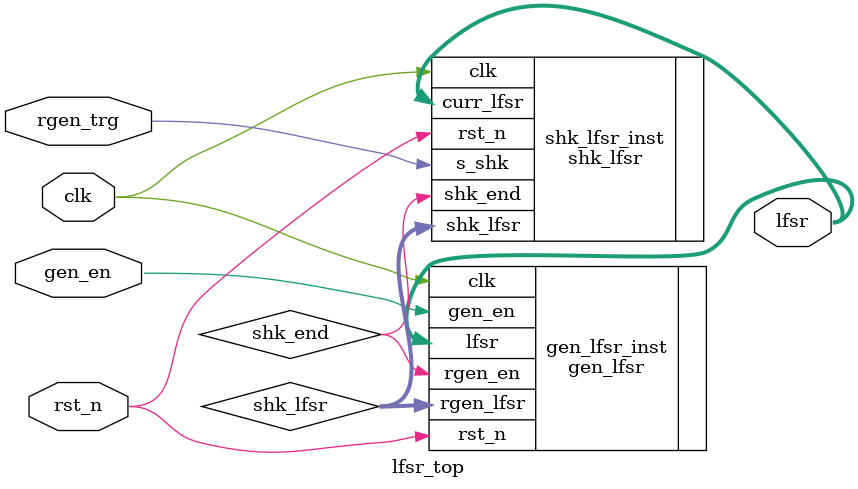
<source format=sv>


module lfsr_top #(
  parameter                   GP_LFSR_SEED                  = 16'd1
)
(
  input wire                  clk,
  input wire                  rst_n,
  input wire                  gen_en,                                                     // start trigger
  input wire                  rgen_trg,                                                   // start trigger
  output wire   [15:0]        lfsr
);


  logic                       shk_end;
  logic         [15:0]        shk_lfsr;


  shk_lfsr	shk_lfsr_inst (
                              .clk                          ( clk ),
                              .rst_n                        ( rst_n ),
                              .s_shk                        ( rgen_trg ),
                              .curr_lfsr                    ( lfsr ),
                              .shk_end                      ( shk_end ),
                              .shk_lfsr                     ( shk_lfsr )
  );

  gen_lfsr	#(.GP_LFSR_SEED(GP_LFSR_SEED))
    gen_lfsr_inst (
                              .clk                          ( clk ),
                              .rst_n                        ( rst_n ),
                              .gen_en                       ( gen_en ),
                              .rgen_lfsr                    ( shk_lfsr ),
                              .rgen_en                      ( shk_end ),
                              .lfsr                         ( lfsr )
  );


endmodule
</source>
